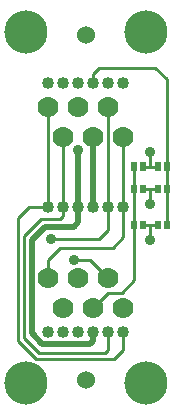
<source format=gbr>
G04 start of page 3 for group 1 idx 1 *
G04 Title: (unknown), solder *
G04 Creator: pcb 20110918 *
G04 CreationDate: Sat 02 Feb 2013 07:41:18 PM GMT UTC *
G04 For: petersen *
G04 Format: Gerber/RS-274X *
G04 PCB-Dimensions: 63000 140000 *
G04 PCB-Coordinate-Origin: lower left *
%MOIN*%
%FSLAX25Y25*%
%LNBOTTOM*%
%ADD35C,0.1280*%
%ADD34C,0.0370*%
%ADD33C,0.0240*%
%ADD32C,0.0350*%
%ADD31C,0.0360*%
%ADD30R,0.0197X0.0197*%
%ADD29C,0.1440*%
%ADD28C,0.0600*%
%ADD27C,0.0400*%
%ADD26C,0.0700*%
%ADD25C,0.0200*%
%ADD24C,0.0100*%
G54D24*X20000Y59500D02*X36000D01*
X39000Y62500D01*
X19000Y46500D02*Y52500D01*
X23000Y56500D01*
X27500Y52500D02*X33000D01*
X39000Y46500D01*
X23000Y56500D02*X40500D01*
G54D25*X27500Y63500D02*X18000D01*
X13500Y59000D01*
G54D24*X23000Y66000D02*X16500D01*
X11000Y60500D01*
X9000Y66500D02*X12500Y70000D01*
X19000D01*
X11000Y60500D02*Y26500D01*
X9000Y25500D02*Y66500D01*
G54D25*X13500Y59000D02*Y28000D01*
G54D24*X39000Y41500D02*X34000Y36500D01*
G54D25*Y70000D02*Y93500D01*
G54D24*X39000Y103500D02*Y62500D01*
X44000Y93500D02*Y60000D01*
X47516Y83500D02*Y45516D01*
X19000Y70000D02*Y103500D01*
G54D25*X29000Y65000D02*X27500Y63500D01*
G54D24*X24000Y93500D02*Y67000D01*
X23000Y66000D01*
G54D25*X29000Y65000D02*Y89000D01*
G54D24*X55500Y83500D02*X50484D01*
X54500Y116500D02*X36000D01*
X34000Y114500D01*
Y111500D01*
X53000Y88500D02*Y83500D01*
Y71000D02*Y76000D01*
Y59000D02*Y64000D01*
X50484Y76000D02*X55516D01*
X50484Y64000D02*X55516D01*
X58484D02*Y83484D01*
X58468Y83500D01*
Y112532D01*
X54500Y116500D01*
X40500Y56500D02*X44000Y60000D01*
X39000Y22500D02*Y28500D01*
X44000D02*Y22500D01*
X41000Y19500D01*
X43500Y41500D02*X39000D01*
X11000Y26500D02*X16000Y21500D01*
X15000Y19500D02*X9000Y25500D01*
G54D25*X13500Y28000D02*X17000Y24500D01*
G54D24*X16000Y21500D02*X38000D01*
X39000Y22500D01*
X41000Y19500D02*X15000D01*
G54D25*X17000Y24500D02*X33000D01*
X34000Y25500D01*
Y28500D01*
G54D24*X47516Y45516D02*X43500Y41500D01*
G54D26*X44000Y93500D03*
X39000Y103500D03*
X34000Y93500D03*
X29000Y103500D03*
X24000Y93500D03*
X19000Y103500D03*
G54D27*X44000Y70000D03*
X39000D03*
X34000D03*
X29000D03*
X24000D03*
X19000D03*
Y28500D03*
G54D26*Y46500D03*
G54D27*X24000Y28500D03*
G54D26*Y36500D03*
X29000Y46500D03*
X34000Y36500D03*
X39000Y46500D03*
X44000Y36500D03*
G54D27*X29000Y28500D03*
G54D28*X31500Y12500D03*
G54D29*X11500Y11500D03*
X51500D03*
G54D27*X34000Y28500D03*
X39000D03*
X44000D03*
G54D29*X51500Y128500D03*
G54D28*X31500Y127500D03*
G54D29*X11500Y128500D03*
G54D27*X44000Y111500D03*
X39000D03*
X34000D03*
X29000D03*
X24000D03*
X19000D03*
G54D30*X55500Y83893D02*Y83107D01*
X58468Y83893D02*Y83107D01*
X47516Y76393D02*Y75607D01*
X50484Y76393D02*Y75607D01*
X47516Y83893D02*Y83107D01*
X50484Y83893D02*Y83107D01*
X55516Y76393D02*Y75607D01*
X58484Y76393D02*Y75607D01*
X55516Y64393D02*Y63607D01*
X58484Y64393D02*Y63607D01*
X47516Y64393D02*Y63607D01*
X50484Y64393D02*Y63607D01*
G54D31*X20000Y59500D03*
X29000Y89000D03*
X53000Y88500D03*
Y71000D03*
Y59000D03*
X27500Y52500D03*
G54D25*G54D32*G54D33*G54D32*G54D33*G54D32*G54D33*G54D34*G54D35*G54D33*G54D35*G54D34*G54D35*G54D33*M02*

</source>
